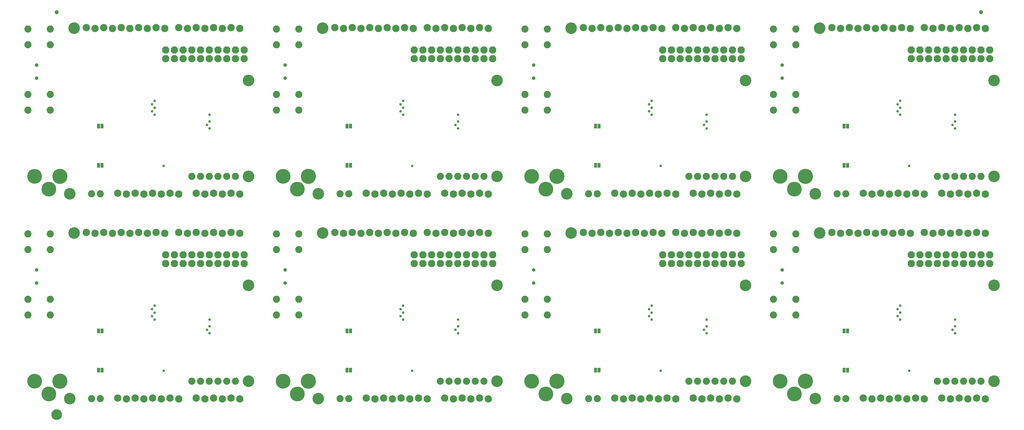
<source format=gbs>
G04 EAGLE Gerber RS-274X export*
G75*
%MOMM*%
%FSLAX34Y34*%
%LPD*%
%INSoldermask Bottom*%
%IPPOS*%
%AMOC8*
5,1,8,0,0,1.08239X$1,22.5*%
G01*
%ADD10C,1.053200*%
%ADD11C,4.419200*%
%ADD12C,4.318000*%
%ADD13C,2.082800*%
%ADD14C,3.378200*%
%ADD15C,2.133600*%
%ADD16P,2.254402X8X22.500000*%
%ADD17C,0.762000*%
%ADD18R,0.838200X1.473200*%
%ADD19C,1.203200*%
%ADD20C,1.270000*%
%ADD21C,1.703200*%


D10*
X43590Y400000D03*
X43590Y362000D03*
D11*
X110838Y76200D03*
D12*
X37630Y75946D03*
X79060Y38584D03*
D13*
X83312Y459994D03*
X18288Y459994D03*
X83312Y505206D03*
X18288Y505206D03*
X83312Y269494D03*
X18288Y269494D03*
X83312Y314706D03*
X18288Y314706D03*
D14*
X152400Y508000D03*
X660400Y355600D03*
X660400Y76200D03*
X139700Y25400D03*
D15*
X279400Y26670D03*
X304800Y24130D03*
X330200Y26670D03*
X355600Y24130D03*
X381000Y26670D03*
X406400Y24130D03*
X431800Y26670D03*
X457200Y24130D03*
X508000Y26670D03*
X533400Y24130D03*
X558800Y26670D03*
X584200Y24130D03*
X609600Y26670D03*
X635000Y24130D03*
X635000Y506730D03*
X609600Y509270D03*
X584200Y506730D03*
X558800Y509270D03*
X533400Y506730D03*
X508000Y509270D03*
X482600Y506730D03*
X457200Y509270D03*
X416560Y506730D03*
X391160Y509270D03*
X365760Y506730D03*
X340360Y509270D03*
X314960Y506730D03*
X289560Y509270D03*
X264160Y506730D03*
X238760Y509270D03*
X213360Y506730D03*
X187960Y509270D03*
D16*
X419100Y419100D03*
X419100Y444500D03*
X444500Y419100D03*
X444500Y444500D03*
X469900Y419100D03*
X469900Y444500D03*
X495300Y419100D03*
X495300Y444500D03*
X520700Y419100D03*
X520700Y444500D03*
X546100Y419100D03*
X546100Y444500D03*
X571500Y419100D03*
X571500Y444500D03*
X596900Y419100D03*
X596900Y444500D03*
X622300Y419100D03*
X622300Y444500D03*
X647700Y419100D03*
X647700Y444500D03*
D13*
X622300Y76200D03*
X596900Y76200D03*
X571500Y76200D03*
X546100Y76200D03*
X520700Y76200D03*
X495300Y76200D03*
X228600Y25400D03*
X203200Y25400D03*
D17*
X539750Y225900D03*
X547370Y235900D03*
X547370Y215900D03*
X387350Y295900D03*
X379730Y285900D03*
X387350Y275900D03*
X379730Y265900D03*
X387350Y255900D03*
X547370Y255900D03*
X413100Y106680D03*
D18*
X233680Y107950D03*
X223520Y107950D03*
X233680Y222250D03*
X223520Y222250D03*
D10*
X767490Y400000D03*
X767490Y362000D03*
D11*
X834738Y76200D03*
D12*
X761530Y75946D03*
X802960Y38584D03*
D13*
X807212Y459994D03*
X742188Y459994D03*
X807212Y505206D03*
X742188Y505206D03*
X807212Y269494D03*
X742188Y269494D03*
X807212Y314706D03*
X742188Y314706D03*
D14*
X876300Y508000D03*
X1384300Y355600D03*
X1384300Y76200D03*
X863600Y25400D03*
D15*
X1003300Y26670D03*
X1028700Y24130D03*
X1054100Y26670D03*
X1079500Y24130D03*
X1104900Y26670D03*
X1130300Y24130D03*
X1155700Y26670D03*
X1181100Y24130D03*
X1231900Y26670D03*
X1257300Y24130D03*
X1282700Y26670D03*
X1308100Y24130D03*
X1333500Y26670D03*
X1358900Y24130D03*
X1358900Y506730D03*
X1333500Y509270D03*
X1308100Y506730D03*
X1282700Y509270D03*
X1257300Y506730D03*
X1231900Y509270D03*
X1206500Y506730D03*
X1181100Y509270D03*
X1140460Y506730D03*
X1115060Y509270D03*
X1089660Y506730D03*
X1064260Y509270D03*
X1038860Y506730D03*
X1013460Y509270D03*
X988060Y506730D03*
X962660Y509270D03*
X937260Y506730D03*
X911860Y509270D03*
D16*
X1143000Y419100D03*
X1143000Y444500D03*
X1168400Y419100D03*
X1168400Y444500D03*
X1193800Y419100D03*
X1193800Y444500D03*
X1219200Y419100D03*
X1219200Y444500D03*
X1244600Y419100D03*
X1244600Y444500D03*
X1270000Y419100D03*
X1270000Y444500D03*
X1295400Y419100D03*
X1295400Y444500D03*
X1320800Y419100D03*
X1320800Y444500D03*
X1346200Y419100D03*
X1346200Y444500D03*
X1371600Y419100D03*
X1371600Y444500D03*
D13*
X1346200Y76200D03*
X1320800Y76200D03*
X1295400Y76200D03*
X1270000Y76200D03*
X1244600Y76200D03*
X1219200Y76200D03*
X952500Y25400D03*
X927100Y25400D03*
D17*
X1263650Y225900D03*
X1271270Y235900D03*
X1271270Y215900D03*
X1111250Y295900D03*
X1103630Y285900D03*
X1111250Y275900D03*
X1103630Y265900D03*
X1111250Y255900D03*
X1271270Y255900D03*
X1137000Y106680D03*
D18*
X957580Y107950D03*
X947420Y107950D03*
X957580Y222250D03*
X947420Y222250D03*
D10*
X1491390Y400000D03*
X1491390Y362000D03*
D11*
X1558638Y76200D03*
D12*
X1485430Y75946D03*
X1526860Y38584D03*
D13*
X1531112Y459994D03*
X1466088Y459994D03*
X1531112Y505206D03*
X1466088Y505206D03*
X1531112Y269494D03*
X1466088Y269494D03*
X1531112Y314706D03*
X1466088Y314706D03*
D14*
X1600200Y508000D03*
X2108200Y355600D03*
X2108200Y76200D03*
X1587500Y25400D03*
D15*
X1727200Y26670D03*
X1752600Y24130D03*
X1778000Y26670D03*
X1803400Y24130D03*
X1828800Y26670D03*
X1854200Y24130D03*
X1879600Y26670D03*
X1905000Y24130D03*
X1955800Y26670D03*
X1981200Y24130D03*
X2006600Y26670D03*
X2032000Y24130D03*
X2057400Y26670D03*
X2082800Y24130D03*
X2082800Y506730D03*
X2057400Y509270D03*
X2032000Y506730D03*
X2006600Y509270D03*
X1981200Y506730D03*
X1955800Y509270D03*
X1930400Y506730D03*
X1905000Y509270D03*
X1864360Y506730D03*
X1838960Y509270D03*
X1813560Y506730D03*
X1788160Y509270D03*
X1762760Y506730D03*
X1737360Y509270D03*
X1711960Y506730D03*
X1686560Y509270D03*
X1661160Y506730D03*
X1635760Y509270D03*
D16*
X1866900Y419100D03*
X1866900Y444500D03*
X1892300Y419100D03*
X1892300Y444500D03*
X1917700Y419100D03*
X1917700Y444500D03*
X1943100Y419100D03*
X1943100Y444500D03*
X1968500Y419100D03*
X1968500Y444500D03*
X1993900Y419100D03*
X1993900Y444500D03*
X2019300Y419100D03*
X2019300Y444500D03*
X2044700Y419100D03*
X2044700Y444500D03*
X2070100Y419100D03*
X2070100Y444500D03*
X2095500Y419100D03*
X2095500Y444500D03*
D13*
X2070100Y76200D03*
X2044700Y76200D03*
X2019300Y76200D03*
X1993900Y76200D03*
X1968500Y76200D03*
X1943100Y76200D03*
X1676400Y25400D03*
X1651000Y25400D03*
D17*
X1987550Y225900D03*
X1995170Y235900D03*
X1995170Y215900D03*
X1835150Y295900D03*
X1827530Y285900D03*
X1835150Y275900D03*
X1827530Y265900D03*
X1835150Y255900D03*
X1995170Y255900D03*
X1860900Y106680D03*
D18*
X1681480Y107950D03*
X1671320Y107950D03*
X1681480Y222250D03*
X1671320Y222250D03*
D10*
X2215290Y400000D03*
X2215290Y362000D03*
D11*
X2282538Y76200D03*
D12*
X2209330Y75946D03*
X2250760Y38584D03*
D13*
X2255012Y459994D03*
X2189988Y459994D03*
X2255012Y505206D03*
X2189988Y505206D03*
X2255012Y269494D03*
X2189988Y269494D03*
X2255012Y314706D03*
X2189988Y314706D03*
D14*
X2324100Y508000D03*
X2832100Y355600D03*
X2832100Y76200D03*
X2311400Y25400D03*
D15*
X2451100Y26670D03*
X2476500Y24130D03*
X2501900Y26670D03*
X2527300Y24130D03*
X2552700Y26670D03*
X2578100Y24130D03*
X2603500Y26670D03*
X2628900Y24130D03*
X2679700Y26670D03*
X2705100Y24130D03*
X2730500Y26670D03*
X2755900Y24130D03*
X2781300Y26670D03*
X2806700Y24130D03*
X2806700Y506730D03*
X2781300Y509270D03*
X2755900Y506730D03*
X2730500Y509270D03*
X2705100Y506730D03*
X2679700Y509270D03*
X2654300Y506730D03*
X2628900Y509270D03*
X2588260Y506730D03*
X2562860Y509270D03*
X2537460Y506730D03*
X2512060Y509270D03*
X2486660Y506730D03*
X2461260Y509270D03*
X2435860Y506730D03*
X2410460Y509270D03*
X2385060Y506730D03*
X2359660Y509270D03*
D16*
X2590800Y419100D03*
X2590800Y444500D03*
X2616200Y419100D03*
X2616200Y444500D03*
X2641600Y419100D03*
X2641600Y444500D03*
X2667000Y419100D03*
X2667000Y444500D03*
X2692400Y419100D03*
X2692400Y444500D03*
X2717800Y419100D03*
X2717800Y444500D03*
X2743200Y419100D03*
X2743200Y444500D03*
X2768600Y419100D03*
X2768600Y444500D03*
X2794000Y419100D03*
X2794000Y444500D03*
X2819400Y419100D03*
X2819400Y444500D03*
D13*
X2794000Y76200D03*
X2768600Y76200D03*
X2743200Y76200D03*
X2717800Y76200D03*
X2692400Y76200D03*
X2667000Y76200D03*
X2400300Y25400D03*
X2374900Y25400D03*
D17*
X2711450Y225900D03*
X2719070Y235900D03*
X2719070Y215900D03*
X2559050Y295900D03*
X2551430Y285900D03*
X2559050Y275900D03*
X2551430Y265900D03*
X2559050Y255900D03*
X2719070Y255900D03*
X2584800Y106680D03*
D18*
X2405380Y107950D03*
X2395220Y107950D03*
X2405380Y222250D03*
X2395220Y222250D03*
D10*
X43590Y996900D03*
X43590Y958900D03*
D11*
X110838Y673100D03*
D12*
X37630Y672846D03*
X79060Y635484D03*
D13*
X83312Y1056894D03*
X18288Y1056894D03*
X83312Y1102106D03*
X18288Y1102106D03*
X83312Y866394D03*
X18288Y866394D03*
X83312Y911606D03*
X18288Y911606D03*
D14*
X152400Y1104900D03*
X660400Y952500D03*
X660400Y673100D03*
X139700Y622300D03*
D15*
X279400Y623570D03*
X304800Y621030D03*
X330200Y623570D03*
X355600Y621030D03*
X381000Y623570D03*
X406400Y621030D03*
X431800Y623570D03*
X457200Y621030D03*
X508000Y623570D03*
X533400Y621030D03*
X558800Y623570D03*
X584200Y621030D03*
X609600Y623570D03*
X635000Y621030D03*
X635000Y1103630D03*
X609600Y1106170D03*
X584200Y1103630D03*
X558800Y1106170D03*
X533400Y1103630D03*
X508000Y1106170D03*
X482600Y1103630D03*
X457200Y1106170D03*
X416560Y1103630D03*
X391160Y1106170D03*
X365760Y1103630D03*
X340360Y1106170D03*
X314960Y1103630D03*
X289560Y1106170D03*
X264160Y1103630D03*
X238760Y1106170D03*
X213360Y1103630D03*
X187960Y1106170D03*
D16*
X419100Y1016000D03*
X419100Y1041400D03*
X444500Y1016000D03*
X444500Y1041400D03*
X469900Y1016000D03*
X469900Y1041400D03*
X495300Y1016000D03*
X495300Y1041400D03*
X520700Y1016000D03*
X520700Y1041400D03*
X546100Y1016000D03*
X546100Y1041400D03*
X571500Y1016000D03*
X571500Y1041400D03*
X596900Y1016000D03*
X596900Y1041400D03*
X622300Y1016000D03*
X622300Y1041400D03*
X647700Y1016000D03*
X647700Y1041400D03*
D13*
X622300Y673100D03*
X596900Y673100D03*
X571500Y673100D03*
X546100Y673100D03*
X520700Y673100D03*
X495300Y673100D03*
X228600Y622300D03*
X203200Y622300D03*
D17*
X539750Y822800D03*
X547370Y832800D03*
X547370Y812800D03*
X387350Y892800D03*
X379730Y882800D03*
X387350Y872800D03*
X379730Y862800D03*
X387350Y852800D03*
X547370Y852800D03*
X413100Y703580D03*
D18*
X233680Y704850D03*
X223520Y704850D03*
X233680Y819150D03*
X223520Y819150D03*
D10*
X767490Y996900D03*
X767490Y958900D03*
D11*
X834738Y673100D03*
D12*
X761530Y672846D03*
X802960Y635484D03*
D13*
X807212Y1056894D03*
X742188Y1056894D03*
X807212Y1102106D03*
X742188Y1102106D03*
X807212Y866394D03*
X742188Y866394D03*
X807212Y911606D03*
X742188Y911606D03*
D14*
X876300Y1104900D03*
X1384300Y952500D03*
X1384300Y673100D03*
X863600Y622300D03*
D15*
X1003300Y623570D03*
X1028700Y621030D03*
X1054100Y623570D03*
X1079500Y621030D03*
X1104900Y623570D03*
X1130300Y621030D03*
X1155700Y623570D03*
X1181100Y621030D03*
X1231900Y623570D03*
X1257300Y621030D03*
X1282700Y623570D03*
X1308100Y621030D03*
X1333500Y623570D03*
X1358900Y621030D03*
X1358900Y1103630D03*
X1333500Y1106170D03*
X1308100Y1103630D03*
X1282700Y1106170D03*
X1257300Y1103630D03*
X1231900Y1106170D03*
X1206500Y1103630D03*
X1181100Y1106170D03*
X1140460Y1103630D03*
X1115060Y1106170D03*
X1089660Y1103630D03*
X1064260Y1106170D03*
X1038860Y1103630D03*
X1013460Y1106170D03*
X988060Y1103630D03*
X962660Y1106170D03*
X937260Y1103630D03*
X911860Y1106170D03*
D16*
X1143000Y1016000D03*
X1143000Y1041400D03*
X1168400Y1016000D03*
X1168400Y1041400D03*
X1193800Y1016000D03*
X1193800Y1041400D03*
X1219200Y1016000D03*
X1219200Y1041400D03*
X1244600Y1016000D03*
X1244600Y1041400D03*
X1270000Y1016000D03*
X1270000Y1041400D03*
X1295400Y1016000D03*
X1295400Y1041400D03*
X1320800Y1016000D03*
X1320800Y1041400D03*
X1346200Y1016000D03*
X1346200Y1041400D03*
X1371600Y1016000D03*
X1371600Y1041400D03*
D13*
X1346200Y673100D03*
X1320800Y673100D03*
X1295400Y673100D03*
X1270000Y673100D03*
X1244600Y673100D03*
X1219200Y673100D03*
X952500Y622300D03*
X927100Y622300D03*
D17*
X1263650Y822800D03*
X1271270Y832800D03*
X1271270Y812800D03*
X1111250Y892800D03*
X1103630Y882800D03*
X1111250Y872800D03*
X1103630Y862800D03*
X1111250Y852800D03*
X1271270Y852800D03*
X1137000Y703580D03*
D18*
X957580Y704850D03*
X947420Y704850D03*
X957580Y819150D03*
X947420Y819150D03*
D10*
X1491390Y996900D03*
X1491390Y958900D03*
D11*
X1558638Y673100D03*
D12*
X1485430Y672846D03*
X1526860Y635484D03*
D13*
X1531112Y1056894D03*
X1466088Y1056894D03*
X1531112Y1102106D03*
X1466088Y1102106D03*
X1531112Y866394D03*
X1466088Y866394D03*
X1531112Y911606D03*
X1466088Y911606D03*
D14*
X1600200Y1104900D03*
X2108200Y952500D03*
X2108200Y673100D03*
X1587500Y622300D03*
D15*
X1727200Y623570D03*
X1752600Y621030D03*
X1778000Y623570D03*
X1803400Y621030D03*
X1828800Y623570D03*
X1854200Y621030D03*
X1879600Y623570D03*
X1905000Y621030D03*
X1955800Y623570D03*
X1981200Y621030D03*
X2006600Y623570D03*
X2032000Y621030D03*
X2057400Y623570D03*
X2082800Y621030D03*
X2082800Y1103630D03*
X2057400Y1106170D03*
X2032000Y1103630D03*
X2006600Y1106170D03*
X1981200Y1103630D03*
X1955800Y1106170D03*
X1930400Y1103630D03*
X1905000Y1106170D03*
X1864360Y1103630D03*
X1838960Y1106170D03*
X1813560Y1103630D03*
X1788160Y1106170D03*
X1762760Y1103630D03*
X1737360Y1106170D03*
X1711960Y1103630D03*
X1686560Y1106170D03*
X1661160Y1103630D03*
X1635760Y1106170D03*
D16*
X1866900Y1016000D03*
X1866900Y1041400D03*
X1892300Y1016000D03*
X1892300Y1041400D03*
X1917700Y1016000D03*
X1917700Y1041400D03*
X1943100Y1016000D03*
X1943100Y1041400D03*
X1968500Y1016000D03*
X1968500Y1041400D03*
X1993900Y1016000D03*
X1993900Y1041400D03*
X2019300Y1016000D03*
X2019300Y1041400D03*
X2044700Y1016000D03*
X2044700Y1041400D03*
X2070100Y1016000D03*
X2070100Y1041400D03*
X2095500Y1016000D03*
X2095500Y1041400D03*
D13*
X2070100Y673100D03*
X2044700Y673100D03*
X2019300Y673100D03*
X1993900Y673100D03*
X1968500Y673100D03*
X1943100Y673100D03*
X1676400Y622300D03*
X1651000Y622300D03*
D17*
X1987550Y822800D03*
X1995170Y832800D03*
X1995170Y812800D03*
X1835150Y892800D03*
X1827530Y882800D03*
X1835150Y872800D03*
X1827530Y862800D03*
X1835150Y852800D03*
X1995170Y852800D03*
X1860900Y703580D03*
D18*
X1681480Y704850D03*
X1671320Y704850D03*
X1681480Y819150D03*
X1671320Y819150D03*
D10*
X2215290Y996900D03*
X2215290Y958900D03*
D11*
X2282538Y673100D03*
D12*
X2209330Y672846D03*
X2250760Y635484D03*
D13*
X2255012Y1056894D03*
X2189988Y1056894D03*
X2255012Y1102106D03*
X2189988Y1102106D03*
X2255012Y866394D03*
X2189988Y866394D03*
X2255012Y911606D03*
X2189988Y911606D03*
D14*
X2324100Y1104900D03*
X2832100Y952500D03*
X2832100Y673100D03*
X2311400Y622300D03*
D15*
X2451100Y623570D03*
X2476500Y621030D03*
X2501900Y623570D03*
X2527300Y621030D03*
X2552700Y623570D03*
X2578100Y621030D03*
X2603500Y623570D03*
X2628900Y621030D03*
X2679700Y623570D03*
X2705100Y621030D03*
X2730500Y623570D03*
X2755900Y621030D03*
X2781300Y623570D03*
X2806700Y621030D03*
X2806700Y1103630D03*
X2781300Y1106170D03*
X2755900Y1103630D03*
X2730500Y1106170D03*
X2705100Y1103630D03*
X2679700Y1106170D03*
X2654300Y1103630D03*
X2628900Y1106170D03*
X2588260Y1103630D03*
X2562860Y1106170D03*
X2537460Y1103630D03*
X2512060Y1106170D03*
X2486660Y1103630D03*
X2461260Y1106170D03*
X2435860Y1103630D03*
X2410460Y1106170D03*
X2385060Y1103630D03*
X2359660Y1106170D03*
D16*
X2590800Y1016000D03*
X2590800Y1041400D03*
X2616200Y1016000D03*
X2616200Y1041400D03*
X2641600Y1016000D03*
X2641600Y1041400D03*
X2667000Y1016000D03*
X2667000Y1041400D03*
X2692400Y1016000D03*
X2692400Y1041400D03*
X2717800Y1016000D03*
X2717800Y1041400D03*
X2743200Y1016000D03*
X2743200Y1041400D03*
X2768600Y1016000D03*
X2768600Y1041400D03*
X2794000Y1016000D03*
X2794000Y1041400D03*
X2819400Y1016000D03*
X2819400Y1041400D03*
D13*
X2794000Y673100D03*
X2768600Y673100D03*
X2743200Y673100D03*
X2717800Y673100D03*
X2692400Y673100D03*
X2667000Y673100D03*
X2400300Y622300D03*
X2374900Y622300D03*
D17*
X2711450Y822800D03*
X2719070Y832800D03*
X2719070Y812800D03*
X2559050Y892800D03*
X2551430Y882800D03*
X2559050Y872800D03*
X2551430Y862800D03*
X2559050Y852800D03*
X2719070Y852800D03*
X2584800Y703580D03*
D18*
X2405380Y704850D03*
X2395220Y704850D03*
X2405380Y819150D03*
X2395220Y819150D03*
D19*
X101600Y1151255D03*
X2794000Y1151255D03*
D20*
X92545Y-20955D02*
X92548Y-20733D01*
X92556Y-20511D01*
X92570Y-20289D01*
X92589Y-20067D01*
X92613Y-19847D01*
X92643Y-19626D01*
X92678Y-19407D01*
X92719Y-19188D01*
X92765Y-18971D01*
X92816Y-18755D01*
X92873Y-18540D01*
X92935Y-18326D01*
X93002Y-18115D01*
X93074Y-17904D01*
X93152Y-17696D01*
X93234Y-17490D01*
X93322Y-17286D01*
X93414Y-17083D01*
X93512Y-16884D01*
X93614Y-16687D01*
X93721Y-16492D01*
X93833Y-16300D01*
X93950Y-16111D01*
X94071Y-15924D01*
X94197Y-15741D01*
X94327Y-15561D01*
X94462Y-15384D01*
X94600Y-15211D01*
X94743Y-15041D01*
X94891Y-14874D01*
X95042Y-14711D01*
X95197Y-14552D01*
X95356Y-14397D01*
X95519Y-14246D01*
X95686Y-14098D01*
X95856Y-13955D01*
X96029Y-13817D01*
X96206Y-13682D01*
X96386Y-13552D01*
X96569Y-13426D01*
X96756Y-13305D01*
X96945Y-13188D01*
X97137Y-13076D01*
X97332Y-12969D01*
X97529Y-12867D01*
X97728Y-12769D01*
X97931Y-12677D01*
X98135Y-12589D01*
X98341Y-12507D01*
X98549Y-12429D01*
X98760Y-12357D01*
X98971Y-12290D01*
X99185Y-12228D01*
X99400Y-12171D01*
X99616Y-12120D01*
X99833Y-12074D01*
X100052Y-12033D01*
X100271Y-11998D01*
X100492Y-11968D01*
X100712Y-11944D01*
X100934Y-11925D01*
X101156Y-11911D01*
X101378Y-11903D01*
X101600Y-11900D01*
X101822Y-11903D01*
X102044Y-11911D01*
X102266Y-11925D01*
X102488Y-11944D01*
X102708Y-11968D01*
X102929Y-11998D01*
X103148Y-12033D01*
X103367Y-12074D01*
X103584Y-12120D01*
X103800Y-12171D01*
X104015Y-12228D01*
X104229Y-12290D01*
X104440Y-12357D01*
X104651Y-12429D01*
X104859Y-12507D01*
X105065Y-12589D01*
X105269Y-12677D01*
X105472Y-12769D01*
X105671Y-12867D01*
X105868Y-12969D01*
X106063Y-13076D01*
X106255Y-13188D01*
X106444Y-13305D01*
X106631Y-13426D01*
X106814Y-13552D01*
X106994Y-13682D01*
X107171Y-13817D01*
X107344Y-13955D01*
X107514Y-14098D01*
X107681Y-14246D01*
X107844Y-14397D01*
X108003Y-14552D01*
X108158Y-14711D01*
X108309Y-14874D01*
X108457Y-15041D01*
X108600Y-15211D01*
X108738Y-15384D01*
X108873Y-15561D01*
X109003Y-15741D01*
X109129Y-15924D01*
X109250Y-16111D01*
X109367Y-16300D01*
X109479Y-16492D01*
X109586Y-16687D01*
X109688Y-16884D01*
X109786Y-17083D01*
X109878Y-17286D01*
X109966Y-17490D01*
X110048Y-17696D01*
X110126Y-17904D01*
X110198Y-18115D01*
X110265Y-18326D01*
X110327Y-18540D01*
X110384Y-18755D01*
X110435Y-18971D01*
X110481Y-19188D01*
X110522Y-19407D01*
X110557Y-19626D01*
X110587Y-19847D01*
X110611Y-20067D01*
X110630Y-20289D01*
X110644Y-20511D01*
X110652Y-20733D01*
X110655Y-20955D01*
X110652Y-21177D01*
X110644Y-21399D01*
X110630Y-21621D01*
X110611Y-21843D01*
X110587Y-22063D01*
X110557Y-22284D01*
X110522Y-22503D01*
X110481Y-22722D01*
X110435Y-22939D01*
X110384Y-23155D01*
X110327Y-23370D01*
X110265Y-23584D01*
X110198Y-23795D01*
X110126Y-24006D01*
X110048Y-24214D01*
X109966Y-24420D01*
X109878Y-24624D01*
X109786Y-24827D01*
X109688Y-25026D01*
X109586Y-25223D01*
X109479Y-25418D01*
X109367Y-25610D01*
X109250Y-25799D01*
X109129Y-25986D01*
X109003Y-26169D01*
X108873Y-26349D01*
X108738Y-26526D01*
X108600Y-26699D01*
X108457Y-26869D01*
X108309Y-27036D01*
X108158Y-27199D01*
X108003Y-27358D01*
X107844Y-27513D01*
X107681Y-27664D01*
X107514Y-27812D01*
X107344Y-27955D01*
X107171Y-28093D01*
X106994Y-28228D01*
X106814Y-28358D01*
X106631Y-28484D01*
X106444Y-28605D01*
X106255Y-28722D01*
X106063Y-28834D01*
X105868Y-28941D01*
X105671Y-29043D01*
X105472Y-29141D01*
X105269Y-29233D01*
X105065Y-29321D01*
X104859Y-29403D01*
X104651Y-29481D01*
X104440Y-29553D01*
X104229Y-29620D01*
X104015Y-29682D01*
X103800Y-29739D01*
X103584Y-29790D01*
X103367Y-29836D01*
X103148Y-29877D01*
X102929Y-29912D01*
X102708Y-29942D01*
X102488Y-29966D01*
X102266Y-29985D01*
X102044Y-29999D01*
X101822Y-30007D01*
X101600Y-30010D01*
X101378Y-30007D01*
X101156Y-29999D01*
X100934Y-29985D01*
X100712Y-29966D01*
X100492Y-29942D01*
X100271Y-29912D01*
X100052Y-29877D01*
X99833Y-29836D01*
X99616Y-29790D01*
X99400Y-29739D01*
X99185Y-29682D01*
X98971Y-29620D01*
X98760Y-29553D01*
X98549Y-29481D01*
X98341Y-29403D01*
X98135Y-29321D01*
X97931Y-29233D01*
X97728Y-29141D01*
X97529Y-29043D01*
X97332Y-28941D01*
X97137Y-28834D01*
X96945Y-28722D01*
X96756Y-28605D01*
X96569Y-28484D01*
X96386Y-28358D01*
X96206Y-28228D01*
X96029Y-28093D01*
X95856Y-27955D01*
X95686Y-27812D01*
X95519Y-27664D01*
X95356Y-27513D01*
X95197Y-27358D01*
X95042Y-27199D01*
X94891Y-27036D01*
X94743Y-26869D01*
X94600Y-26699D01*
X94462Y-26526D01*
X94327Y-26349D01*
X94197Y-26169D01*
X94071Y-25986D01*
X93950Y-25799D01*
X93833Y-25610D01*
X93721Y-25418D01*
X93614Y-25223D01*
X93512Y-25026D01*
X93414Y-24827D01*
X93322Y-24624D01*
X93234Y-24420D01*
X93152Y-24214D01*
X93074Y-24006D01*
X93002Y-23795D01*
X92935Y-23584D01*
X92873Y-23370D01*
X92816Y-23155D01*
X92765Y-22939D01*
X92719Y-22722D01*
X92678Y-22503D01*
X92643Y-22284D01*
X92613Y-22063D01*
X92589Y-21843D01*
X92570Y-21621D01*
X92556Y-21399D01*
X92548Y-21177D01*
X92545Y-20955D01*
D21*
X101600Y-20955D03*
M02*

</source>
